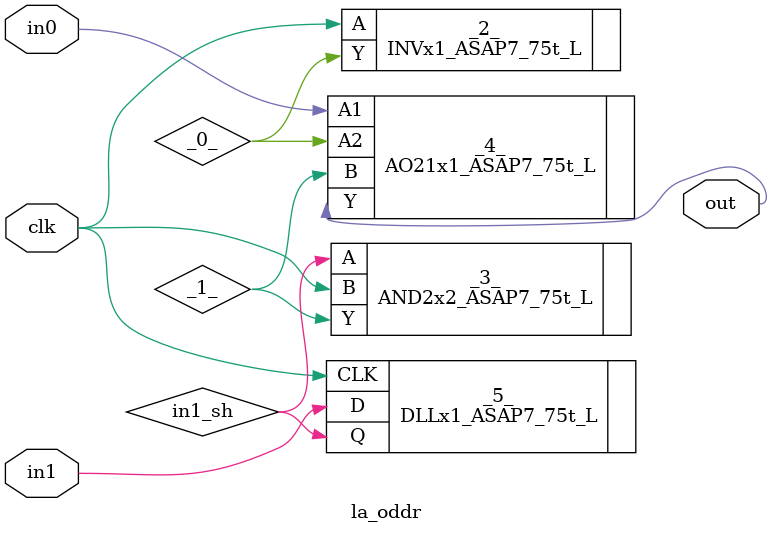
<source format=v>

/* Generated by Yosys 0.44 (git sha1 80ba43d26, g++ 11.4.0-1ubuntu1~22.04 -fPIC -O3) */

(* top =  1  *)
(* src = "generated" *)
module la_oddr (
    clk,
    in0,
    in1,
    out
);
  wire _0_;
  wire _1_;
  (* src = "generated" *)
  input clk;
  wire clk;
  (* src = "generated" *)
  input in0;
  wire in0;
  (* src = "generated" *)
  input in1;
  wire in1;
  (* src = "generated" *)
  wire in1_sh;
  (* src = "generated" *)
  output out;
  wire out;
  INVx1_ASAP7_75t_L _2_ (
      .A(clk),
      .Y(_0_)
  );
  AND2x2_ASAP7_75t_L _3_ (
      .A(in1_sh),
      .B(clk),
      .Y(_1_)
  );
  AO21x1_ASAP7_75t_L _4_ (
      .A1(in0),
      .A2(_0_),
      .B (_1_),
      .Y (out)
  );
  (* module_not_derived = 32'b00000000000000000000000000000001 *) (* src = "generated" *)
  DLLx1_ASAP7_75t_L _5_ (
      .CLK(clk),
      .D  (in1),
      .Q  (in1_sh)
  );
endmodule

</source>
